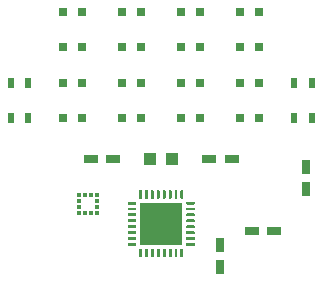
<source format=gbs>
G04 #@! TF.GenerationSoftware,KiCad,Pcbnew,5.1.6*
G04 #@! TF.CreationDate,2020-08-10T22:25:48+02:00*
G04 #@! TF.ProjectId,Watch,57617463-682e-46b6-9963-61645f706362,rev?*
G04 #@! TF.SameCoordinates,Original*
G04 #@! TF.FileFunction,Soldermask,Bot*
G04 #@! TF.FilePolarity,Negative*
%FSLAX46Y46*%
G04 Gerber Fmt 4.6, Leading zero omitted, Abs format (unit mm)*
G04 Created by KiCad (PCBNEW 5.1.6) date 2020-08-10 22:25:48*
%MOMM*%
%LPD*%
G01*
G04 APERTURE LIST*
%ADD10R,0.300000X0.350000*%
%ADD11R,1.200000X0.750000*%
%ADD12R,0.750000X1.200000*%
%ADD13R,0.800000X0.800000*%
%ADD14R,0.500000X0.900000*%
%ADD15R,1.050000X1.100000*%
%ADD16R,3.650000X3.650000*%
G04 APERTURE END LIST*
D10*
X130543000Y-106557000D03*
X130543000Y-107057000D03*
X130568000Y-107582000D03*
X131068000Y-107582000D03*
X131568000Y-107582000D03*
X132068000Y-107582000D03*
X132093000Y-107057000D03*
X132093000Y-106557000D03*
X132068000Y-106032000D03*
X131568000Y-106032000D03*
X131068000Y-106032000D03*
X130568000Y-106032000D03*
D11*
X147061000Y-109093000D03*
X145161000Y-109093000D03*
D12*
X142494000Y-112136000D03*
X142494000Y-110236000D03*
X149733000Y-105537000D03*
X149733000Y-103637000D03*
D11*
X141550000Y-103000000D03*
X143450000Y-103000000D03*
X133450000Y-103000000D03*
X131550000Y-103000000D03*
D13*
X145800000Y-90500000D03*
X144200000Y-90500000D03*
X145800000Y-93500000D03*
X144200000Y-93500000D03*
X145800000Y-96500000D03*
X144200000Y-96500000D03*
X145800000Y-99500000D03*
X144200000Y-99500000D03*
X140800000Y-90500000D03*
X139200000Y-90500000D03*
X140800000Y-93500000D03*
X139200000Y-93500000D03*
X140800000Y-96500000D03*
X139200000Y-96500000D03*
X140800000Y-99500000D03*
X139200000Y-99500000D03*
X135800000Y-90500000D03*
X134200000Y-90500000D03*
X135800000Y-93500000D03*
X134200000Y-93500000D03*
X135800000Y-96500000D03*
X134200000Y-96500000D03*
X135800000Y-99500000D03*
X134200000Y-99500000D03*
X130800000Y-90500000D03*
X129200000Y-90500000D03*
X130800000Y-93500000D03*
X129200000Y-93500000D03*
X130800000Y-96500000D03*
X129200000Y-96500000D03*
X130800000Y-99500000D03*
X129200000Y-99500000D03*
D14*
X126250000Y-96500000D03*
X124750000Y-96500000D03*
X126250000Y-99500000D03*
X124750000Y-99500000D03*
X148750000Y-96500000D03*
X150250000Y-96500000D03*
X148750000Y-99500000D03*
X150250000Y-99500000D03*
D15*
X136575000Y-103000000D03*
X138425000Y-103000000D03*
G36*
G01*
X135687500Y-105608000D02*
X135812500Y-105608000D01*
G75*
G02*
X135875000Y-105670500I0J-62500D01*
G01*
X135875000Y-106295500D01*
G75*
G02*
X135812500Y-106358000I-62500J0D01*
G01*
X135687500Y-106358000D01*
G75*
G02*
X135625000Y-106295500I0J62500D01*
G01*
X135625000Y-105670500D01*
G75*
G02*
X135687500Y-105608000I62500J0D01*
G01*
G37*
G36*
G01*
X136187500Y-105608000D02*
X136312500Y-105608000D01*
G75*
G02*
X136375000Y-105670500I0J-62500D01*
G01*
X136375000Y-106295500D01*
G75*
G02*
X136312500Y-106358000I-62500J0D01*
G01*
X136187500Y-106358000D01*
G75*
G02*
X136125000Y-106295500I0J62500D01*
G01*
X136125000Y-105670500D01*
G75*
G02*
X136187500Y-105608000I62500J0D01*
G01*
G37*
G36*
G01*
X136687500Y-105608000D02*
X136812500Y-105608000D01*
G75*
G02*
X136875000Y-105670500I0J-62500D01*
G01*
X136875000Y-106295500D01*
G75*
G02*
X136812500Y-106358000I-62500J0D01*
G01*
X136687500Y-106358000D01*
G75*
G02*
X136625000Y-106295500I0J62500D01*
G01*
X136625000Y-105670500D01*
G75*
G02*
X136687500Y-105608000I62500J0D01*
G01*
G37*
G36*
G01*
X137187500Y-105608000D02*
X137312500Y-105608000D01*
G75*
G02*
X137375000Y-105670500I0J-62500D01*
G01*
X137375000Y-106295500D01*
G75*
G02*
X137312500Y-106358000I-62500J0D01*
G01*
X137187500Y-106358000D01*
G75*
G02*
X137125000Y-106295500I0J62500D01*
G01*
X137125000Y-105670500D01*
G75*
G02*
X137187500Y-105608000I62500J0D01*
G01*
G37*
G36*
G01*
X137687500Y-105608000D02*
X137812500Y-105608000D01*
G75*
G02*
X137875000Y-105670500I0J-62500D01*
G01*
X137875000Y-106295500D01*
G75*
G02*
X137812500Y-106358000I-62500J0D01*
G01*
X137687500Y-106358000D01*
G75*
G02*
X137625000Y-106295500I0J62500D01*
G01*
X137625000Y-105670500D01*
G75*
G02*
X137687500Y-105608000I62500J0D01*
G01*
G37*
G36*
G01*
X138187500Y-105608000D02*
X138312500Y-105608000D01*
G75*
G02*
X138375000Y-105670500I0J-62500D01*
G01*
X138375000Y-106295500D01*
G75*
G02*
X138312500Y-106358000I-62500J0D01*
G01*
X138187500Y-106358000D01*
G75*
G02*
X138125000Y-106295500I0J62500D01*
G01*
X138125000Y-105670500D01*
G75*
G02*
X138187500Y-105608000I62500J0D01*
G01*
G37*
G36*
G01*
X138687500Y-105608000D02*
X138812500Y-105608000D01*
G75*
G02*
X138875000Y-105670500I0J-62500D01*
G01*
X138875000Y-106295500D01*
G75*
G02*
X138812500Y-106358000I-62500J0D01*
G01*
X138687500Y-106358000D01*
G75*
G02*
X138625000Y-106295500I0J62500D01*
G01*
X138625000Y-105670500D01*
G75*
G02*
X138687500Y-105608000I62500J0D01*
G01*
G37*
G36*
G01*
X139187500Y-105608000D02*
X139312500Y-105608000D01*
G75*
G02*
X139375000Y-105670500I0J-62500D01*
G01*
X139375000Y-106295500D01*
G75*
G02*
X139312500Y-106358000I-62500J0D01*
G01*
X139187500Y-106358000D01*
G75*
G02*
X139125000Y-106295500I0J62500D01*
G01*
X139125000Y-105670500D01*
G75*
G02*
X139187500Y-105608000I62500J0D01*
G01*
G37*
G36*
G01*
X139662500Y-106583000D02*
X140287500Y-106583000D01*
G75*
G02*
X140350000Y-106645500I0J-62500D01*
G01*
X140350000Y-106770500D01*
G75*
G02*
X140287500Y-106833000I-62500J0D01*
G01*
X139662500Y-106833000D01*
G75*
G02*
X139600000Y-106770500I0J62500D01*
G01*
X139600000Y-106645500D01*
G75*
G02*
X139662500Y-106583000I62500J0D01*
G01*
G37*
G36*
G01*
X139662500Y-107083000D02*
X140287500Y-107083000D01*
G75*
G02*
X140350000Y-107145500I0J-62500D01*
G01*
X140350000Y-107270500D01*
G75*
G02*
X140287500Y-107333000I-62500J0D01*
G01*
X139662500Y-107333000D01*
G75*
G02*
X139600000Y-107270500I0J62500D01*
G01*
X139600000Y-107145500D01*
G75*
G02*
X139662500Y-107083000I62500J0D01*
G01*
G37*
G36*
G01*
X139662500Y-107583000D02*
X140287500Y-107583000D01*
G75*
G02*
X140350000Y-107645500I0J-62500D01*
G01*
X140350000Y-107770500D01*
G75*
G02*
X140287500Y-107833000I-62500J0D01*
G01*
X139662500Y-107833000D01*
G75*
G02*
X139600000Y-107770500I0J62500D01*
G01*
X139600000Y-107645500D01*
G75*
G02*
X139662500Y-107583000I62500J0D01*
G01*
G37*
G36*
G01*
X139662500Y-108083000D02*
X140287500Y-108083000D01*
G75*
G02*
X140350000Y-108145500I0J-62500D01*
G01*
X140350000Y-108270500D01*
G75*
G02*
X140287500Y-108333000I-62500J0D01*
G01*
X139662500Y-108333000D01*
G75*
G02*
X139600000Y-108270500I0J62500D01*
G01*
X139600000Y-108145500D01*
G75*
G02*
X139662500Y-108083000I62500J0D01*
G01*
G37*
G36*
G01*
X139662500Y-108583000D02*
X140287500Y-108583000D01*
G75*
G02*
X140350000Y-108645500I0J-62500D01*
G01*
X140350000Y-108770500D01*
G75*
G02*
X140287500Y-108833000I-62500J0D01*
G01*
X139662500Y-108833000D01*
G75*
G02*
X139600000Y-108770500I0J62500D01*
G01*
X139600000Y-108645500D01*
G75*
G02*
X139662500Y-108583000I62500J0D01*
G01*
G37*
G36*
G01*
X139662500Y-109083000D02*
X140287500Y-109083000D01*
G75*
G02*
X140350000Y-109145500I0J-62500D01*
G01*
X140350000Y-109270500D01*
G75*
G02*
X140287500Y-109333000I-62500J0D01*
G01*
X139662500Y-109333000D01*
G75*
G02*
X139600000Y-109270500I0J62500D01*
G01*
X139600000Y-109145500D01*
G75*
G02*
X139662500Y-109083000I62500J0D01*
G01*
G37*
G36*
G01*
X139662500Y-109583000D02*
X140287500Y-109583000D01*
G75*
G02*
X140350000Y-109645500I0J-62500D01*
G01*
X140350000Y-109770500D01*
G75*
G02*
X140287500Y-109833000I-62500J0D01*
G01*
X139662500Y-109833000D01*
G75*
G02*
X139600000Y-109770500I0J62500D01*
G01*
X139600000Y-109645500D01*
G75*
G02*
X139662500Y-109583000I62500J0D01*
G01*
G37*
G36*
G01*
X139662500Y-110083000D02*
X140287500Y-110083000D01*
G75*
G02*
X140350000Y-110145500I0J-62500D01*
G01*
X140350000Y-110270500D01*
G75*
G02*
X140287500Y-110333000I-62500J0D01*
G01*
X139662500Y-110333000D01*
G75*
G02*
X139600000Y-110270500I0J62500D01*
G01*
X139600000Y-110145500D01*
G75*
G02*
X139662500Y-110083000I62500J0D01*
G01*
G37*
G36*
G01*
X139187500Y-110558000D02*
X139312500Y-110558000D01*
G75*
G02*
X139375000Y-110620500I0J-62500D01*
G01*
X139375000Y-111245500D01*
G75*
G02*
X139312500Y-111308000I-62500J0D01*
G01*
X139187500Y-111308000D01*
G75*
G02*
X139125000Y-111245500I0J62500D01*
G01*
X139125000Y-110620500D01*
G75*
G02*
X139187500Y-110558000I62500J0D01*
G01*
G37*
G36*
G01*
X138687500Y-110558000D02*
X138812500Y-110558000D01*
G75*
G02*
X138875000Y-110620500I0J-62500D01*
G01*
X138875000Y-111245500D01*
G75*
G02*
X138812500Y-111308000I-62500J0D01*
G01*
X138687500Y-111308000D01*
G75*
G02*
X138625000Y-111245500I0J62500D01*
G01*
X138625000Y-110620500D01*
G75*
G02*
X138687500Y-110558000I62500J0D01*
G01*
G37*
G36*
G01*
X138187500Y-110558000D02*
X138312500Y-110558000D01*
G75*
G02*
X138375000Y-110620500I0J-62500D01*
G01*
X138375000Y-111245500D01*
G75*
G02*
X138312500Y-111308000I-62500J0D01*
G01*
X138187500Y-111308000D01*
G75*
G02*
X138125000Y-111245500I0J62500D01*
G01*
X138125000Y-110620500D01*
G75*
G02*
X138187500Y-110558000I62500J0D01*
G01*
G37*
G36*
G01*
X137687500Y-110558000D02*
X137812500Y-110558000D01*
G75*
G02*
X137875000Y-110620500I0J-62500D01*
G01*
X137875000Y-111245500D01*
G75*
G02*
X137812500Y-111308000I-62500J0D01*
G01*
X137687500Y-111308000D01*
G75*
G02*
X137625000Y-111245500I0J62500D01*
G01*
X137625000Y-110620500D01*
G75*
G02*
X137687500Y-110558000I62500J0D01*
G01*
G37*
G36*
G01*
X137187500Y-110558000D02*
X137312500Y-110558000D01*
G75*
G02*
X137375000Y-110620500I0J-62500D01*
G01*
X137375000Y-111245500D01*
G75*
G02*
X137312500Y-111308000I-62500J0D01*
G01*
X137187500Y-111308000D01*
G75*
G02*
X137125000Y-111245500I0J62500D01*
G01*
X137125000Y-110620500D01*
G75*
G02*
X137187500Y-110558000I62500J0D01*
G01*
G37*
G36*
G01*
X136687500Y-110558000D02*
X136812500Y-110558000D01*
G75*
G02*
X136875000Y-110620500I0J-62500D01*
G01*
X136875000Y-111245500D01*
G75*
G02*
X136812500Y-111308000I-62500J0D01*
G01*
X136687500Y-111308000D01*
G75*
G02*
X136625000Y-111245500I0J62500D01*
G01*
X136625000Y-110620500D01*
G75*
G02*
X136687500Y-110558000I62500J0D01*
G01*
G37*
G36*
G01*
X136187500Y-110558000D02*
X136312500Y-110558000D01*
G75*
G02*
X136375000Y-110620500I0J-62500D01*
G01*
X136375000Y-111245500D01*
G75*
G02*
X136312500Y-111308000I-62500J0D01*
G01*
X136187500Y-111308000D01*
G75*
G02*
X136125000Y-111245500I0J62500D01*
G01*
X136125000Y-110620500D01*
G75*
G02*
X136187500Y-110558000I62500J0D01*
G01*
G37*
G36*
G01*
X135687500Y-110558000D02*
X135812500Y-110558000D01*
G75*
G02*
X135875000Y-110620500I0J-62500D01*
G01*
X135875000Y-111245500D01*
G75*
G02*
X135812500Y-111308000I-62500J0D01*
G01*
X135687500Y-111308000D01*
G75*
G02*
X135625000Y-111245500I0J62500D01*
G01*
X135625000Y-110620500D01*
G75*
G02*
X135687500Y-110558000I62500J0D01*
G01*
G37*
G36*
G01*
X134712500Y-110083000D02*
X135337500Y-110083000D01*
G75*
G02*
X135400000Y-110145500I0J-62500D01*
G01*
X135400000Y-110270500D01*
G75*
G02*
X135337500Y-110333000I-62500J0D01*
G01*
X134712500Y-110333000D01*
G75*
G02*
X134650000Y-110270500I0J62500D01*
G01*
X134650000Y-110145500D01*
G75*
G02*
X134712500Y-110083000I62500J0D01*
G01*
G37*
G36*
G01*
X134712500Y-109583000D02*
X135337500Y-109583000D01*
G75*
G02*
X135400000Y-109645500I0J-62500D01*
G01*
X135400000Y-109770500D01*
G75*
G02*
X135337500Y-109833000I-62500J0D01*
G01*
X134712500Y-109833000D01*
G75*
G02*
X134650000Y-109770500I0J62500D01*
G01*
X134650000Y-109645500D01*
G75*
G02*
X134712500Y-109583000I62500J0D01*
G01*
G37*
G36*
G01*
X134712500Y-109083000D02*
X135337500Y-109083000D01*
G75*
G02*
X135400000Y-109145500I0J-62500D01*
G01*
X135400000Y-109270500D01*
G75*
G02*
X135337500Y-109333000I-62500J0D01*
G01*
X134712500Y-109333000D01*
G75*
G02*
X134650000Y-109270500I0J62500D01*
G01*
X134650000Y-109145500D01*
G75*
G02*
X134712500Y-109083000I62500J0D01*
G01*
G37*
G36*
G01*
X134712500Y-108583000D02*
X135337500Y-108583000D01*
G75*
G02*
X135400000Y-108645500I0J-62500D01*
G01*
X135400000Y-108770500D01*
G75*
G02*
X135337500Y-108833000I-62500J0D01*
G01*
X134712500Y-108833000D01*
G75*
G02*
X134650000Y-108770500I0J62500D01*
G01*
X134650000Y-108645500D01*
G75*
G02*
X134712500Y-108583000I62500J0D01*
G01*
G37*
G36*
G01*
X134712500Y-108083000D02*
X135337500Y-108083000D01*
G75*
G02*
X135400000Y-108145500I0J-62500D01*
G01*
X135400000Y-108270500D01*
G75*
G02*
X135337500Y-108333000I-62500J0D01*
G01*
X134712500Y-108333000D01*
G75*
G02*
X134650000Y-108270500I0J62500D01*
G01*
X134650000Y-108145500D01*
G75*
G02*
X134712500Y-108083000I62500J0D01*
G01*
G37*
G36*
G01*
X134712500Y-107583000D02*
X135337500Y-107583000D01*
G75*
G02*
X135400000Y-107645500I0J-62500D01*
G01*
X135400000Y-107770500D01*
G75*
G02*
X135337500Y-107833000I-62500J0D01*
G01*
X134712500Y-107833000D01*
G75*
G02*
X134650000Y-107770500I0J62500D01*
G01*
X134650000Y-107645500D01*
G75*
G02*
X134712500Y-107583000I62500J0D01*
G01*
G37*
G36*
G01*
X134712500Y-107083000D02*
X135337500Y-107083000D01*
G75*
G02*
X135400000Y-107145500I0J-62500D01*
G01*
X135400000Y-107270500D01*
G75*
G02*
X135337500Y-107333000I-62500J0D01*
G01*
X134712500Y-107333000D01*
G75*
G02*
X134650000Y-107270500I0J62500D01*
G01*
X134650000Y-107145500D01*
G75*
G02*
X134712500Y-107083000I62500J0D01*
G01*
G37*
G36*
G01*
X134712500Y-106583000D02*
X135337500Y-106583000D01*
G75*
G02*
X135400000Y-106645500I0J-62500D01*
G01*
X135400000Y-106770500D01*
G75*
G02*
X135337500Y-106833000I-62500J0D01*
G01*
X134712500Y-106833000D01*
G75*
G02*
X134650000Y-106770500I0J62500D01*
G01*
X134650000Y-106645500D01*
G75*
G02*
X134712500Y-106583000I62500J0D01*
G01*
G37*
D16*
X137500000Y-108458000D03*
M02*

</source>
